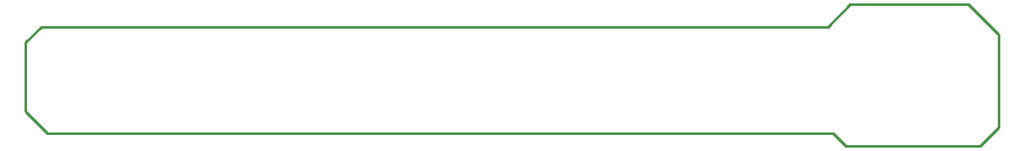
<source format=gm1>
G04 Layer_Color=16711935*
%FSLAX25Y25*%
%MOIN*%
G70*
G01*
G75*
%ADD13C,0.01000*%
G54D13*
X-7300Y155500D02*
Y182800D01*
X-1200Y188900D01*
X-1000D01*
X-7300Y155500D02*
X1200Y147000D01*
X14400D01*
X-1000Y188900D02*
X14900D01*
X376600Y149100D02*
Y185800D01*
X369300Y141800D02*
X376600Y149100D01*
X354800Y141800D02*
X369300D01*
X364600Y197800D02*
X376600Y185800D01*
X354500Y197800D02*
X364600D01*
X14900Y188900D02*
X309100D01*
X318000Y197800D01*
X354500D01*
X316300Y141800D02*
X354800D01*
X311100Y147000D02*
X316300Y141800D01*
X14400Y147000D02*
X311100D01*
M02*

</source>
